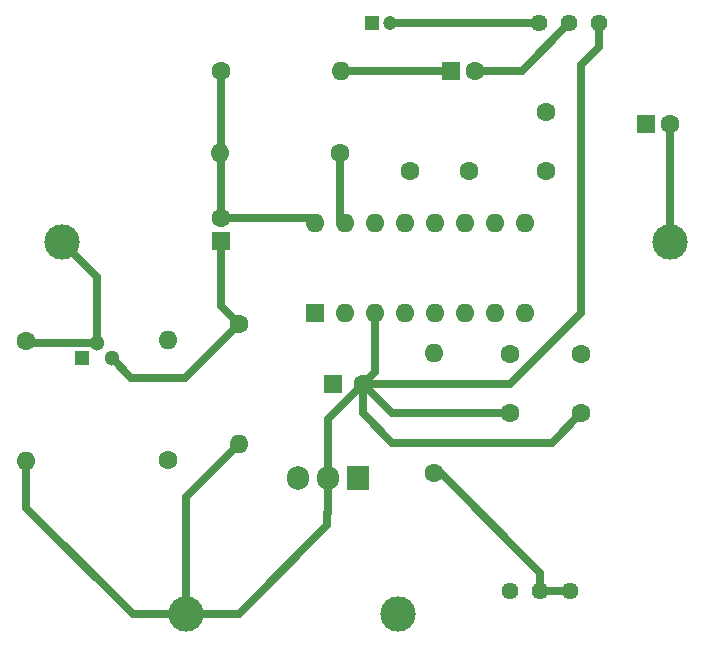
<source format=gbr>
%TF.GenerationSoftware,KiCad,Pcbnew,8.0.5*%
%TF.CreationDate,2024-10-10T16:22:24-05:00*%
%TF.ProjectId,Block-PT2399,426c6f63-6b2d-4505-9432-3339392e6b69,rev?*%
%TF.SameCoordinates,Original*%
%TF.FileFunction,Copper,L2,Bot*%
%TF.FilePolarity,Positive*%
%FSLAX46Y46*%
G04 Gerber Fmt 4.6, Leading zero omitted, Abs format (unit mm)*
G04 Created by KiCad (PCBNEW 8.0.5) date 2024-10-10 16:22:24*
%MOMM*%
%LPD*%
G01*
G04 APERTURE LIST*
%TA.AperFunction,ComponentPad*%
%ADD10C,1.600000*%
%TD*%
%TA.AperFunction,ComponentPad*%
%ADD11O,1.600000X1.600000*%
%TD*%
%TA.AperFunction,ComponentPad*%
%ADD12R,1.600000X1.600000*%
%TD*%
%TA.AperFunction,ComponentPad*%
%ADD13R,1.300000X1.300000*%
%TD*%
%TA.AperFunction,ComponentPad*%
%ADD14C,1.300000*%
%TD*%
%TA.AperFunction,ComponentPad*%
%ADD15C,3.000000*%
%TD*%
%TA.AperFunction,ComponentPad*%
%ADD16C,1.440000*%
%TD*%
%TA.AperFunction,ComponentPad*%
%ADD17R,1.905000X2.000000*%
%TD*%
%TA.AperFunction,ComponentPad*%
%ADD18O,1.905000X2.000000*%
%TD*%
%TA.AperFunction,ComponentPad*%
%ADD19R,1.200000X1.200000*%
%TD*%
%TA.AperFunction,ComponentPad*%
%ADD20C,1.200000*%
%TD*%
%TA.AperFunction,Conductor*%
%ADD21C,0.700000*%
%TD*%
G04 APERTURE END LIST*
D10*
%TO.P,C6,1*%
%TO.N,Net-(U2-OP2-IN)*%
X141000000Y-102500000D03*
%TO.P,C6,2*%
%TO.N,Net-(U2-OP2-OUT)*%
X136000000Y-102500000D03*
%TD*%
%TO.P,R6,1*%
%TO.N,Net-(U2-LPF1-OUT)*%
X130080000Y-101000000D03*
D11*
%TO.P,R6,2*%
%TO.N,Net-(U2-LPF1-IN)*%
X119920000Y-101000000D03*
%TD*%
D12*
%TO.P,C7,1*%
%TO.N,Net-(U2-LPF1-OUT)*%
X156000000Y-98500000D03*
D10*
%TO.P,C7,2*%
%TO.N,Net-(J2-Pin_1)*%
X158000000Y-98500000D03*
%TD*%
%TO.P,R7,1*%
%TO.N,Net-(U2-LPF1-IN)*%
X120000000Y-94000000D03*
D11*
%TO.P,R7,2*%
%TO.N,Net-(C9-Pad1)*%
X130160000Y-94000000D03*
%TD*%
D12*
%TO.P,U2,1,VCC*%
%TO.N,Net-(U1-VO)*%
X127920000Y-114500000D03*
D11*
%TO.P,U2,2,REF*%
%TO.N,unconnected-(U2-REF-Pad2)*%
X130460000Y-114500000D03*
%TO.P,U2,3,AGND*%
%TO.N,GND*%
X133000000Y-114500000D03*
%TO.P,U2,4,DGND*%
%TO.N,Net-(U2-DGND)*%
X135540000Y-114500000D03*
%TO.P,U2,5,CLK_O*%
%TO.N,unconnected-(U2-CLK_O-Pad5)*%
X138080000Y-114500000D03*
%TO.P,U2,6,VCO*%
%TO.N,Net-(U2-VCO)*%
X140620000Y-114500000D03*
%TO.P,U2,7,CC1*%
%TO.N,Net-(U2-CC1)*%
X143160000Y-114500000D03*
%TO.P,U2,8,CC0*%
%TO.N,Net-(U2-CC0)*%
X145700000Y-114500000D03*
%TO.P,U2,9,OP1-OUT*%
%TO.N,Net-(U2-OP1-OUT)*%
X145700000Y-106880000D03*
%TO.P,U2,10,OP1-IN*%
%TO.N,Net-(U2-OP1-IN)*%
X143160000Y-106880000D03*
%TO.P,U2,11,OP2-IN*%
%TO.N,Net-(U2-OP2-IN)*%
X140620000Y-106880000D03*
%TO.P,U2,12,OP2-OUT*%
%TO.N,Net-(U2-OP2-OUT)*%
X138080000Y-106880000D03*
%TO.P,U2,13,LPF2-IN*%
%TO.N,unconnected-(U2-LPF2-IN-Pad13)*%
X135540000Y-106880000D03*
%TO.P,U2,14,LPF2-OUT*%
%TO.N,unconnected-(U2-LPF2-OUT-Pad14)*%
X133000000Y-106880000D03*
%TO.P,U2,15,LPF1-OUT*%
%TO.N,Net-(U2-LPF1-OUT)*%
X130460000Y-106880000D03*
%TO.P,U2,16,LPF1-IN*%
%TO.N,Net-(U2-LPF1-IN)*%
X127920000Y-106880000D03*
%TD*%
D12*
%TO.P,C9,1*%
%TO.N,Net-(C9-Pad1)*%
X139500000Y-94000000D03*
D10*
%TO.P,C9,2*%
%TO.N,Net-(C9-Pad2)*%
X141500000Y-94000000D03*
%TD*%
D13*
%TO.P,Q1,1,D*%
%TO.N,+9V*%
X108230000Y-118360000D03*
D14*
%TO.P,Q1,2,G*%
%TO.N,Net-(J1-Pin_1)*%
X109500000Y-117090000D03*
%TO.P,Q1,3,S*%
%TO.N,Net-(Q1-S)*%
X110770000Y-118360000D03*
%TD*%
D15*
%TO.P,J1,1,Pin_1*%
%TO.N,Net-(J1-Pin_1)*%
X106500000Y-108500000D03*
%TD*%
D16*
%TO.P,RV2,1,1*%
%TO.N,Net-(C8-Pad2)*%
X146920000Y-90000000D03*
%TO.P,RV2,2,2*%
%TO.N,Net-(C9-Pad2)*%
X149460000Y-90000000D03*
%TO.P,RV2,3,3*%
%TO.N,GND*%
X152000000Y-90000000D03*
%TD*%
D17*
%TO.P,U1,1,VI*%
%TO.N,+9V*%
X131580000Y-128500000D03*
D18*
%TO.P,U1,2,GND*%
%TO.N,GND*%
X129040000Y-128500000D03*
%TO.P,U1,3,VO*%
%TO.N,Net-(U1-VO)*%
X126500000Y-128500000D03*
%TD*%
D15*
%TO.P,J4,1,Pin_1*%
%TO.N,+9V*%
X135000000Y-140000000D03*
%TD*%
%TO.P,J2,1,Pin_1*%
%TO.N,Net-(J2-Pin_1)*%
X158000000Y-108500000D03*
%TD*%
D16*
%TO.P,RV1,1,1*%
%TO.N,Net-(U2-DGND)*%
X144475000Y-138075000D03*
%TO.P,RV1,2,2*%
%TO.N,Net-(R4-Pad1)*%
X147015000Y-138075000D03*
%TO.P,RV1,3,3*%
X149555000Y-138075000D03*
%TD*%
D15*
%TO.P,J3,1,Pin_1*%
%TO.N,GND*%
X117000000Y-140000000D03*
%TD*%
D10*
%TO.P,R1,1*%
%TO.N,+9V*%
X115500000Y-127000000D03*
D11*
%TO.P,R1,2*%
%TO.N,Net-(J1-Pin_1)*%
X115500000Y-116840000D03*
%TD*%
D10*
%TO.P,C4,1*%
%TO.N,Net-(U2-CC0)*%
X150500000Y-118000000D03*
%TO.P,C4,2*%
%TO.N,GND*%
X150500000Y-123000000D03*
%TD*%
%TO.P,R4,1*%
%TO.N,Net-(R4-Pad1)*%
X138000000Y-128080000D03*
D11*
%TO.P,R4,2*%
%TO.N,Net-(U2-VCO)*%
X138000000Y-117920000D03*
%TD*%
D19*
%TO.P,C8,1*%
%TO.N,Net-(U2-OP2-OUT)*%
X132777401Y-90000000D03*
D20*
%TO.P,C8,2*%
%TO.N,Net-(C8-Pad2)*%
X134277401Y-90000000D03*
%TD*%
D10*
%TO.P,C5,1*%
%TO.N,Net-(U2-OP1-IN)*%
X147500000Y-97500000D03*
%TO.P,C5,2*%
%TO.N,Net-(U2-OP1-OUT)*%
X147500000Y-102500000D03*
%TD*%
%TO.P,C3,1*%
%TO.N,Net-(U2-CC1)*%
X144500000Y-118000000D03*
%TO.P,C3,2*%
%TO.N,GND*%
X144500000Y-123000000D03*
%TD*%
%TO.P,R3,1*%
%TO.N,Net-(Q1-S)*%
X121500000Y-115420000D03*
D11*
%TO.P,R3,2*%
%TO.N,GND*%
X121500000Y-125580000D03*
%TD*%
D12*
%TO.P,C2,1*%
%TO.N,Net-(U1-VO)*%
X129500000Y-120500000D03*
D10*
%TO.P,C2,2*%
%TO.N,GND*%
X132000000Y-120500000D03*
%TD*%
D12*
%TO.P,C1,1*%
%TO.N,Net-(Q1-S)*%
X120000000Y-108455113D03*
D10*
%TO.P,C1,2*%
%TO.N,Net-(U2-LPF1-IN)*%
X120000000Y-106455113D03*
%TD*%
%TO.P,R2,1*%
%TO.N,Net-(J1-Pin_1)*%
X103500000Y-116920000D03*
D11*
%TO.P,R2,2*%
%TO.N,GND*%
X103500000Y-127080000D03*
%TD*%
D21*
%TO.N,Net-(Q1-S)*%
X120000000Y-113920000D02*
X121500000Y-115420000D01*
X110770000Y-118360000D02*
X112410000Y-120000000D01*
X112410000Y-120000000D02*
X116920000Y-120000000D01*
X120000000Y-108455113D02*
X120000000Y-113920000D01*
X116920000Y-120000000D02*
X121500000Y-115420000D01*
%TO.N,Net-(U2-LPF1-IN)*%
X120000000Y-106455113D02*
X127495113Y-106455113D01*
X127495113Y-106455113D02*
X127920000Y-106880000D01*
X120000000Y-100920000D02*
X119920000Y-101000000D01*
X120000000Y-106455113D02*
X120000000Y-101080000D01*
X120000000Y-94000000D02*
X120000000Y-100920000D01*
X120000000Y-101080000D02*
X119920000Y-101000000D01*
%TO.N,GND*%
X152000000Y-92000000D02*
X152000000Y-90000000D01*
X117000000Y-140000000D02*
X121500000Y-140000000D01*
X112500000Y-140000000D02*
X103500000Y-131000000D01*
X133000000Y-114500000D02*
X133000000Y-119500000D01*
X103500000Y-131000000D02*
X103500000Y-127080000D01*
X132000000Y-123000000D02*
X132000000Y-120500000D01*
X150500000Y-123000000D02*
X148000000Y-125500000D01*
X148000000Y-125500000D02*
X134500000Y-125500000D01*
X117000000Y-140000000D02*
X112500000Y-140000000D01*
X133000000Y-119500000D02*
X132000000Y-120500000D01*
X150500000Y-114500000D02*
X150500000Y-93500000D01*
X129000000Y-132500000D02*
X129000000Y-131500000D01*
X132000000Y-120500000D02*
X134500000Y-123000000D01*
X134500000Y-123000000D02*
X144500000Y-123000000D01*
X150500000Y-93500000D02*
X152000000Y-92000000D01*
X121500000Y-125580000D02*
X117000000Y-130080000D01*
X117000000Y-130080000D02*
X117000000Y-140000000D01*
X132000000Y-120500000D02*
X144500000Y-120500000D01*
X134500000Y-125500000D02*
X132000000Y-123000000D01*
X129040000Y-131460000D02*
X129040000Y-128500000D01*
X121500000Y-140000000D02*
X129000000Y-132500000D01*
X144500000Y-120500000D02*
X150500000Y-114500000D01*
X132000000Y-120500000D02*
X129040000Y-123460000D01*
X129040000Y-123460000D02*
X129040000Y-128500000D01*
X129000000Y-131500000D02*
X129040000Y-131460000D01*
%TO.N,Net-(U2-LPF1-OUT)*%
X130080000Y-101000000D02*
X130080000Y-106500000D01*
X130080000Y-106500000D02*
X130460000Y-106880000D01*
%TO.N,Net-(J2-Pin_1)*%
X158000000Y-108500000D02*
X158000000Y-98500000D01*
%TO.N,Net-(C8-Pad2)*%
X146920000Y-90000000D02*
X134277401Y-90000000D01*
%TO.N,Net-(C9-Pad2)*%
X141500000Y-94000000D02*
X145460000Y-94000000D01*
X145460000Y-94000000D02*
X149460000Y-90000000D01*
%TO.N,Net-(C9-Pad1)*%
X130160000Y-94000000D02*
X139500000Y-94000000D01*
%TO.N,Net-(J1-Pin_1)*%
X109500000Y-117090000D02*
X103670000Y-117090000D01*
X109500000Y-117090000D02*
X109500000Y-111500000D01*
X103670000Y-117090000D02*
X103500000Y-116920000D01*
X109500000Y-111500000D02*
X106500000Y-108500000D01*
%TO.N,Net-(R4-Pad1)*%
X138580000Y-128080000D02*
X147015000Y-136515000D01*
X147015000Y-136515000D02*
X147015000Y-138075000D01*
X138000000Y-128080000D02*
X138580000Y-128080000D01*
X147015000Y-138075000D02*
X149555000Y-138075000D01*
%TD*%
M02*

</source>
